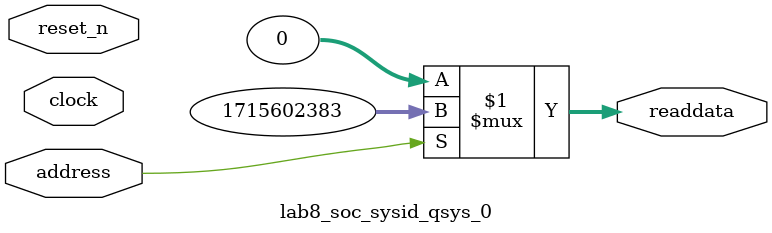
<source format=v>



// synthesis translate_off
`timescale 1ns / 1ps
// synthesis translate_on

// turn off superfluous verilog processor warnings 
// altera message_level Level1 
// altera message_off 10034 10035 10036 10037 10230 10240 10030 

module lab8_soc_sysid_qsys_0 (
               // inputs:
                address,
                clock,
                reset_n,

               // outputs:
                readdata
             )
;

  output  [ 31: 0] readdata;
  input            address;
  input            clock;
  input            reset_n;

  wire    [ 31: 0] readdata;
  //control_slave, which is an e_avalon_slave
  assign readdata = address ? 1715602383 : 0;

endmodule



</source>
